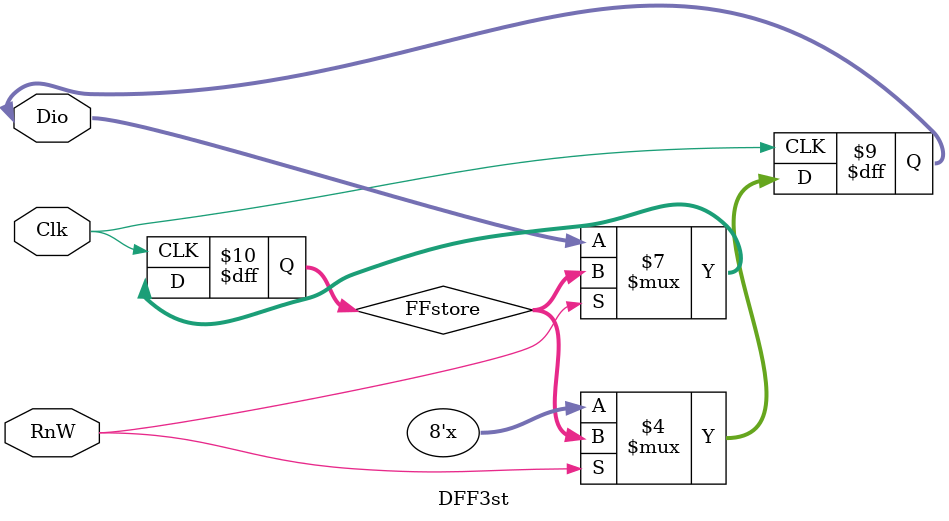
<source format=v>
module DFF3st (Clk, RnW, Dio);

	input Clk, RnW;
	inout reg [7:0] Dio;
	
	reg [7:0] FFstore;
	
	always @ (posedge Clk)
		if(RnW == 1'b0)
		begin
			FFstore<=Dio;
			Dio<=8'dZ;
		end
		else
		begin
			FFstore<=FFstore;
			Dio<=FFstore;
		end
	
endmodule
	
	
	
	
	
	
	
	
</source>
